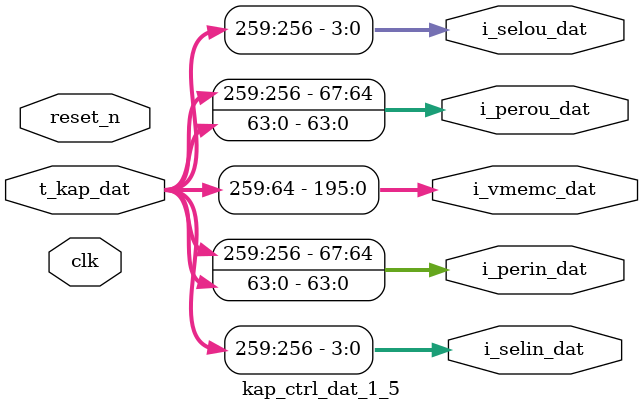
<source format=v>
module kap_ctrl_dat_1_5
  (
   input wire [259:0] t_kap_dat,
   
   output wire [3:0]                         i_selin_dat,
   output wire [67:0]                i_perin_dat,
   output wire [195:0]                i_vmemc_dat,
   output wire [67:0]                i_perou_dat,
   output wire [3:0]                         i_selou_dat,
   
   input wire                                                  clk, reset_n
   );

   assign i_selin_dat=t_kap_dat[259:256];
   assign i_perin_dat={i_selin_dat,t_kap_dat[63:0]};
   assign i_vmemc_dat={i_selin_dat,t_kap_dat[255:64]};
   assign i_perou_dat={i_selin_dat,t_kap_dat[63:0]};
   assign i_selou_dat=t_kap_dat[259:256];
   
endmodule

</source>
